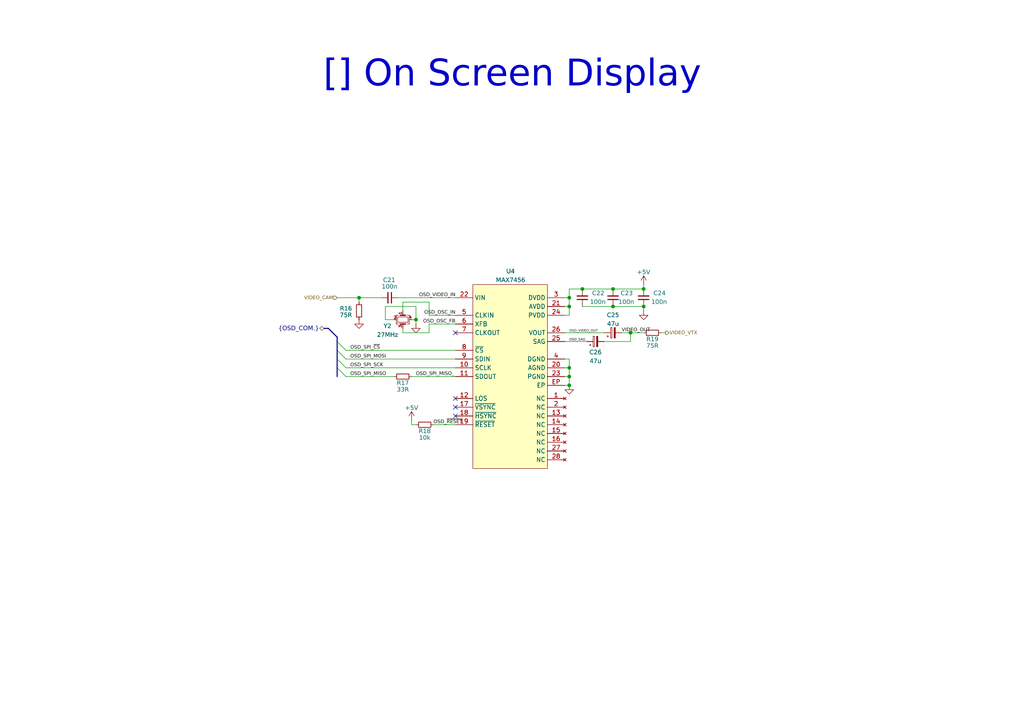
<source format=kicad_sch>
(kicad_sch (version 20231120) (generator "eeschema") (generator_version "8.0")
  (paper "A4")
  (title_block (title "On Screen Display") (date "2025-09-01") (rev "0.1"))
  (lib_symbols
    (symbol "+5V_1" (power) (pin_numbers hide) (pin_names (offset 0) hide)
      (property "Value" "+5V" (at 0 3.556 0))
      (symbol "+5V_1_0_1"
        (polyline (pts (xy -0.762 1.27) (xy 0 2.54)))
        (polyline (pts (xy 0 0) (xy 0 2.54)))
        (polyline (pts (xy 0 2.54) (xy 0.762 1.27)))
      )
      (symbol "+5V_1_1_1"
        (pin power_in line (at 0 0 90) (length 0) (name "~") (number "1"))
      )
    )
    (symbol "0_ic:MAX7456"
      (property "Reference" "U" (at 0 3.048 0))
      (property "Value" "MAX7456" (at 0 1.016 0))
      (symbol "MAX7456_1_1"
        (rectangle (start -10.16 0) (end 11.43 -53.34) (fill (type background)))
        (pin no_connect line (at 16.51 -33.02 180) (length 5.08) (name "NC") (number "1"))
        (pin input line (at -15.24 -24.13 0) (length 5.08) (name "SCLK") (number "10"))
        (pin output line (at -15.24 -26.67 0) (length 5.08) (name "SDOUT") (number "11"))
        (pin passive line (at -15.24 -33.02 0) (length 5.08) (name "LOS") (number "12"))
        (pin no_connect line (at 16.51 -38.1 180) (length 5.08) (name "NC") (number "13"))
        (pin no_connect line (at 16.51 -40.64 180) (length 5.08) (name "NC") (number "14"))
        (pin no_connect line (at 16.51 -43.18 180) (length 5.08) (name "NC") (number "15"))
        (pin no_connect line (at 16.51 -45.72 180) (length 5.08) (name "NC") (number "16"))
        (pin output line (at -15.24 -35.56 0) (length 5.08) (name "~{VSYNC}") (number "17"))
        (pin output line (at -15.24 -38.1 0) (length 5.08) (name "~{HSYNC}") (number "18"))
        (pin input line (at -15.24 -40.64 0) (length 5.08) (name "~{RESET}") (number "19"))
        (pin no_connect line (at 16.51 -35.56 180) (length 5.08) (name "NC") (number "2"))
        (pin power_in line (at 16.51 -24.13 180) (length 5.08) (name "AGND") (number "20"))
        (pin power_in line (at 16.51 -6.35 180) (length 5.08) (name "AVDD") (number "21"))
        (pin input line (at -15.24 -3.81 0) (length 5.08) (name "VIN") (number "22"))
        (pin power_in line (at 16.51 -26.67 180) (length 5.08) (name "PGND") (number "23"))
        (pin power_in line (at 16.51 -8.89 180) (length 5.08) (name "PVDD") (number "24"))
        (pin input line (at 16.51 -16.51 180) (length 5.08) (name "SAG") (number "25"))
        (pin output line (at 16.51 -13.97 180) (length 5.08) (name "VOUT") (number "26"))
        (pin no_connect line (at 16.51 -48.26 180) (length 5.08) (name "NC") (number "27"))
        (pin no_connect line (at 16.51 -50.8 180) (length 5.08) (name "NC") (number "28"))
        (pin power_in line (at 16.51 -3.81 180) (length 5.08) (name "DVDD") (number "3"))
        (pin power_in line (at 16.51 -21.59 180) (length 5.08) (name "DGND") (number "4"))
        (pin passive line (at -15.24 -8.89 0) (length 5.08) (name "CLKIN") (number "5"))
        (pin passive line (at -15.24 -11.43 0) (length 5.08) (name "XFB") (number "6"))
        (pin passive line (at -15.24 -13.97 0) (length 5.08) (name "CLKOUT") (number "7"))
        (pin input line (at -15.24 -19.05 0) (length 5.08) (name "~{CS}") (number "8"))
        (pin input line (at -15.24 -21.59 0) (length 5.08) (name "SDIN") (number "9"))
        (pin power_in line (at 16.51 -29.21 180) (length 5.08) (name "EP") (number "EP"))
      )
    )
    (symbol "Device:C_Polarized_Small" (pin_numbers hide) (pin_names (offset 0.254) hide)
      (property "Reference" "C" (at 0.254 1.778 0))
      (property "Value" "C_Polarized_Small" (at 0.254 -2.032 0))
      (symbol "C_Polarized_Small_0_1"
        (rectangle (start -1.524 -0.3048) (end 1.524 -0.6858) (fill (type outline)))
        (rectangle (start -1.524 0.6858) (end 1.524 0.3048))
        (polyline (pts (xy -1.27 1.524) (xy -0.762 1.524)))
        (polyline (pts (xy -1.016 1.27) (xy -1.016 1.778)))
      )
      (symbol "C_Polarized_Small_1_1"
        (pin passive line (at 0 2.54 270) (length 1.8542) (name "~") (number "1"))
        (pin passive line (at 0 -2.54 90) (length 1.8542) (name "~") (number "2"))
      )
    )
    (symbol "Device:C_Small" (pin_numbers hide) (pin_names (offset 0.254) hide)
      (property "Reference" "C" (at 0.254 1.778 0))
      (property "Value" "C_Small" (at 0.254 -2.032 0))
      (symbol "C_Small_0_1"
        (polyline (pts (xy -1.524 -0.508) (xy 1.524 -0.508)) (stroke (width 0.3302)))
        (polyline (pts (xy -1.524 0.508) (xy 1.524 0.508)) (stroke (width 0.3048)))
      )
      (symbol "C_Small_1_1"
        (pin passive line (at 0 2.54 270) (length 2.032) (name "~") (number "1"))
        (pin passive line (at 0 -2.54 90) (length 2.032) (name "~") (number "2"))
      )
    )
    (symbol "Device:Crystal_GND24_Small" (pin_names (offset 1.016) hide)
      (property "Reference" "Y" (at 1.27 4.445 0))
      (property "Value" "Crystal_GND24_Small" (at 1.27 2.54 0))
      (symbol "Crystal_GND24_Small_0_1"
        (rectangle (start -0.762 -1.524) (end 0.762 1.524))
        (polyline (pts (xy -1.27 -0.762) (xy -1.27 0.762)) (stroke (width 0.381)))
        (polyline (pts (xy 1.27 -0.762) (xy 1.27 0.762)) (stroke (width 0.381)))
        (polyline (pts (xy -1.27 -1.27) (xy -1.27 -1.905) (xy 1.27 -1.905) (xy 1.27 -1.27)))
        (polyline (pts (xy -1.27 1.27) (xy -1.27 1.905) (xy 1.27 1.905) (xy 1.27 1.27)))
      )
      (symbol "Crystal_GND24_Small_1_1"
        (pin passive line (at -2.54 0 0) (length 1.27) (name "1") (number "1"))
        (pin passive line (at 0 -2.54 90) (length 0.635) (name "2") (number "2"))
        (pin passive line (at 2.54 0 180) (length 1.27) (name "3") (number "3"))
        (pin passive line (at 0 2.54 270) (length 0.635) (name "4") (number "4"))
      )
    )
    (symbol "Device:R_Small" (pin_numbers hide) (pin_names (offset 0.254) hide)
      (property "Reference" "R" (at 0.762 0.508 0))
      (property "Value" "R_Small" (at 0.762 -1.016 0))
      (symbol "R_Small_0_1"
        (rectangle (start -0.762 1.778) (end 0.762 -1.778) (stroke (width 0.2032)))
      )
      (symbol "R_Small_1_1"
        (pin passive line (at 0 2.54 270) (length 0.762) (name "~") (number "1"))
        (pin passive line (at 0 -2.54 90) (length 0.762) (name "~") (number "2"))
      )
    )
    (symbol "GND_1" (power) (pin_numbers hide) (pin_names (offset 0) hide)
      (property "Value" "GND" (at 0 -3.81 0))
      (symbol "GND_1_0_1"
        (polyline (pts (xy 0 0) (xy 0 -1.27) (xy 1.27 -1.27) (xy 0 -2.54) (xy -1.27 -1.27) (xy 0 -1.27)))
      )
      (symbol "GND_1_1_1"
        (pin power_in line (at 0 0 270) (length 0) (name "~") (number "1"))
      )
    )
  )
  (junction (at 186.69 83.82))
  (junction (at 186.69 88.9))
  (junction (at 177.8 83.82))
  (junction (at 165.1 86.36))
  (junction (at 177.8 88.9))
  (junction (at 182.88 96.52))
  (junction (at 165.1 88.9))
  (junction (at 165.1 106.68))
  (junction (at 120.65 92.71))
  (junction (at 104.14 86.36))
  (junction (at 168.91 83.82))
  (junction (at 165.1 111.76))
  (junction (at 165.1 109.22))
  (no_connect (at 132.08 115.57))
  (no_connect (at 132.08 120.65))
  (no_connect (at 132.08 118.11))
  (no_connect (at 132.08 96.52))
  (bus_entry (at 97.79 99.06) (size 2.54 2.54))
  (bus_entry (at 97.79 104.14) (size 2.54 2.54))
  (bus_entry (at 97.79 106.68) (size 2.54 2.54))
  (bus_entry (at 97.79 101.6) (size 2.54 2.54))
  (wire (pts (xy 168.91 88.9) (xy 177.8 88.9)))
  (wire (pts (xy 104.14 87.63) (xy 104.14 86.36)))
  (wire (pts (xy 182.88 96.52) (xy 186.69 96.52)))
  (wire (pts (xy 165.1 104.14) (xy 165.1 106.68)))
  (wire (pts (xy 124.46 93.98) (xy 132.08 93.98)))
  (wire (pts (xy 163.83 106.68) (xy 165.1 106.68)))
  (wire (pts (xy 104.14 86.36) (xy 110.49 86.36)))
  (wire (pts (xy 163.83 111.76) (xy 165.1 111.76)))
  (wire (pts (xy 116.84 87.63) (xy 116.84 90.17)))
  (wire (pts (xy 100.33 109.22) (xy 114.3 109.22)))
  (wire (pts (xy 186.69 82.55) (xy 186.69 83.82)))
  (wire (pts (xy 182.88 96.52) (xy 180.34 96.52)))
  (wire (pts (xy 163.83 96.52) (xy 175.26 96.52)))
  (wire (pts (xy 165.1 109.22) (xy 165.1 111.76)))
  (bus (pts (xy 97.79 104.14) (xy 97.79 106.68)))
  (wire (pts (xy 163.83 104.14) (xy 165.1 104.14)))
  (bus (pts (xy 97.79 101.6) (xy 97.79 104.14)))
  (wire (pts (xy 182.88 99.06) (xy 182.88 96.52)))
  (wire (pts (xy 100.33 101.6) (xy 132.08 101.6)))
  (wire (pts (xy 97.79 86.36) (xy 104.14 86.36)))
  (bus (pts (xy 95.25 95.25) (xy 93.98 95.25)))
  (wire (pts (xy 125.73 123.19) (xy 132.08 123.19)))
  (wire (pts (xy 177.8 83.82) (xy 186.69 83.82)))
  (wire (pts (xy 163.83 88.9) (xy 165.1 88.9)))
  (wire (pts (xy 175.26 99.06) (xy 182.88 99.06)))
  (wire (pts (xy 116.84 95.25) (xy 116.84 96.52)))
  (wire (pts (xy 120.65 123.19) (xy 119.38 123.19)))
  (bus (pts (xy 95.25 95.25) (xy 97.79 97.79)))
  (wire (pts (xy 165.1 83.82) (xy 165.1 86.36)))
  (wire (pts (xy 165.1 88.9) (xy 165.1 91.44)))
  (wire (pts (xy 100.33 104.14) (xy 132.08 104.14)))
  (wire (pts (xy 119.38 123.19) (xy 119.38 121.92)))
  (wire (pts (xy 111.76 92.71) (xy 111.76 88.9)))
  (wire (pts (xy 165.1 86.36) (xy 165.1 88.9)))
  (wire (pts (xy 191.77 96.52) (xy 193.04 96.52)))
  (bus (pts (xy 97.79 106.68) (xy 97.79 109.22)))
  (wire (pts (xy 163.83 99.06) (xy 170.18 99.06)))
  (wire (pts (xy 177.8 88.9) (xy 186.69 88.9)))
  (wire (pts (xy 124.46 87.63) (xy 116.84 87.63)))
  (wire (pts (xy 163.83 86.36) (xy 165.1 86.36)))
  (wire (pts (xy 165.1 106.68) (xy 165.1 109.22)))
  (wire (pts (xy 163.83 109.22) (xy 165.1 109.22)))
  (wire (pts (xy 124.46 91.44) (xy 124.46 87.63)))
  (wire (pts (xy 119.38 109.22) (xy 132.08 109.22)))
  (wire (pts (xy 165.1 83.82) (xy 168.91 83.82)))
  (wire (pts (xy 120.65 92.71) (xy 119.38 92.71)))
  (wire (pts (xy 163.83 91.44) (xy 165.1 91.44)))
  (wire (pts (xy 111.76 92.71) (xy 114.3 92.71)))
  (wire (pts (xy 100.33 106.68) (xy 132.08 106.68)))
  (bus (pts (xy 97.79 99.06) (xy 97.79 101.6)))
  (wire (pts (xy 120.65 88.9) (xy 120.65 92.71)))
  (wire (pts (xy 124.46 93.98) (xy 124.46 96.52)))
  (wire (pts (xy 115.57 86.36) (xy 132.08 86.36)))
  (wire (pts (xy 186.69 90.17) (xy 186.69 88.9)))
  (wire (pts (xy 111.76 88.9) (xy 120.65 88.9)))
  (wire (pts (xy 124.46 91.44) (xy 132.08 91.44)))
  (wire (pts (xy 124.46 96.52) (xy 116.84 96.52)))
  (wire (pts (xy 120.65 92.71) (xy 120.65 93.98)))
  (bus (pts (xy 97.79 97.79) (xy 97.79 99.06)))
  (wire (pts (xy 168.91 83.82) (xy 177.8 83.82)))
  (text_box "[${#}] ${TITLE}" (at 11.43 11.43 0) (size 274.32 22.86) (stroke (width -0.0001)) (effects (font (size 7.62 7.62)) (justify top)))
  (label "OSD_SPI_MOSI" (at 101.6 104.14 0) (effects (font (size 1.016 1.016))))
  (label "OSD_SPI_SCK" (at 101.6 106.68 0) (effects (font (size 1.016 1.016))))
  (label "OSD_SPI_MISO_" (at 120.65 109.22 0) (effects (font (size 1.016 1.016))))
  (label "OSD_SPI_MISO" (at 101.6 109.22 0) (effects (font (size 1.016 1.016))))
  (label "VIDEO_OUT" (at 180.34 96.52 0) (effects (font (size 1.016 1.016))))
  (label "OSD_SPI_~{CS}" (at 101.6 101.6 0) (effects (font (size 1.016 1.016))))
  (label "OSD_~{RESET}" (at 125.73 123.19 0) (effects (font (size 1.016 1.016))))
  (label "OSD_VIDEO_IN" (at 132.08 86.36 180) (effects (font (size 1.016 1.016))))
  (label "OSD_OSC_FB" (at 132.08 93.98 180) (effects (font (size 1.016 1.016))))
  (label "OSD_VIDEO_OUT" (at 165.1 96.52 0) (effects (font (size 0.7 0.7))))
  (label "OSD_SAG" (at 165.1 99.06 0) (effects (font (size 0.7 0.7))))
  (label "OSD_OSC_IN" (at 132.08 91.44 180) (effects (font (size 1.016 1.016))))
  (hierarchical_label "VIDEO_VTX" (shape output) (at 193.04 96.52 0) (effects (font (size 1.016 1.016))))
  (hierarchical_label "{OSD_COM.}" (shape bidirectional) (at 93.98 95.25 180))
  (hierarchical_label "VIDEO_CAM" (shape input) (at 97.79 86.36 180) (effects (font (size 1.016 1.016))))
  (symbol (lib_name "+5V_1") (lib_id "power:+5V") (at 186.69 82.55 0) (unit 1)
    (property "Reference" "#PWR029" (effects (hide yes)))
    (property "Value" "+5V" (at 186.69 78.994 0))
    (property "Description" "Power symbol creates a global label with name \"+5V\"" (effects (hide yes)))
  )
  (symbol (lib_name "GND_1") (lib_id "power:GND") (at 104.14 92.71 0) (unit 1)
    (property "Reference" "#PWR031" (effects (hide yes)))
    (property "Value" "GND" (effects (hide yes)))
    (property "Description" "Power symbol creates a global label with name \"GND\" , ground" (effects (hide yes)))
  )
  (symbol (lib_id "Device:C_Small") (at 113.03 86.36 270) (unit 1)
    (property "Reference" "C21" (at 111.125 81.28 90) (effects (justify left)))
    (property "Value" "100n" (at 110.49 83.185 90) (effects (justify left)))
    (property "Footprint" "Capacitor_SMD:C_0402_1005Metric" (effects (hide yes)))
    (property "Description" "Multilayer Ceramic Capacitors MLCC - SMD/SMT 16V 0.1uF X7R 0402 10 %" (effects (hide yes)))
    (property "Manufacturer" "TAIYO YUDEN" (effects (hide yes)))
    (property "Mfr Part Number" "MSASE105SB7104KFNA01" (effects (hide yes)))
  )
  (symbol (lib_id "Device:C_Polarized_Small") (at 177.8 96.52 90) (unit 1)
    (property "Reference" "C25" (at 177.8 91.44 90))
    (property "Value" "47u" (at 177.8 93.98 90))
    (property "Footprint" "Capacitor_Tantalum_SMD:CP_EIA-2012-12_Kemet-R" (effects (hide yes)))
    (property "Datasheet" "https://datasheets.kyocera-avx.com/F98.pdf" (effects (hide yes)))
    (property "Description" "Tantalum Capacitors - Solid SMD 10V 47uF 0805 Tol +/-20%" (effects (hide yes)))
    (property "Manufacturer" "KYOCERA AVX" (effects (hide yes)))
    (property "Mfr Part Number" "F981A476MSAAS1" (effects (hide yes)))
  )
  (symbol (lib_id "Device:C_Small") (at 177.8 86.36 180) (unit 1)
    (property "Reference" "C23" (at 183.515 85.09 0) (effects (justify left)))
    (property "Value" "100n" (at 184.15 87.63 0) (effects (justify left)))
    (property "Footprint" "Capacitor_SMD:C_0402_1005Metric" (effects (hide yes)))
    (property "Description" "Multilayer Ceramic Capacitors MLCC - SMD/SMT 16V 0.1uF X7R 0402 10 %" (effects (hide yes)))
    (property "Manufacturer" "TAIYO YUDEN" (effects (hide yes)))
    (property "Mfr Part Number" "MSASE105SB7104KFNA01" (effects (hide yes)))
  )
  (symbol (lib_name "GND_1") (lib_id "power:GND") (at 120.65 93.98 0) (unit 1)
    (property "Reference" "#PWR033" (effects (hide yes)))
    (property "Value" "GND" (effects (hide yes)))
    (property "Description" "Power symbol creates a global label with name \"GND\" , ground" (effects (hide yes)))
  )
  (symbol (lib_id "Device:R_Small") (at 104.14 90.17 180) (unit 1)
    (property "Reference" "R16" (at 100.33 89.535 0))
    (property "Value" "75R" (at 100.33 91.44 0))
    (property "Footprint" "Resistor_SMD:R_0402_1005Metric" (effects (hide yes)))
    (property "Description" "Thick Film Resistors - SMD 1/16watt 75ohms 1%" (effects (hide yes)))
    (property "Manufacturer" "Vishay / Dale" (effects (hide yes)))
    (property "Mfr Part Number" "CRCW040275R0FKED" (effects (hide yes)))
  )
  (symbol (lib_id "Device:C_Small") (at 168.91 86.36 180) (unit 1)
    (property "Reference" "C22" (at 175.26 85.09 0) (effects (justify left)))
    (property "Value" "100n" (at 175.895 87.63 0) (effects (justify left)))
    (property "Footprint" "Capacitor_SMD:C_0402_1005Metric" (effects (hide yes)))
    (property "Description" "Multilayer Ceramic Capacitors MLCC - SMD/SMT 16V 0.1uF X7R 0402 10 %" (effects (hide yes)))
    (property "Manufacturer" "TAIYO YUDEN" (effects (hide yes)))
    (property "Mfr Part Number" "MSASE105SB7104KFNA01" (effects (hide yes)))
  )
  (symbol (lib_name "+5V_1") (lib_id "power:+5V") (at 119.38 121.92 0) (unit 1)
    (property "Reference" "#PWR038" (effects (hide yes)))
    (property "Value" "+5V" (at 119.38 118.364 0))
    (property "Description" "Power symbol creates a global label with name \"+5V\"" (effects (hide yes)))
  )
  (symbol (lib_id "Device:C_Polarized_Small") (at 172.72 99.06 90) (unit 1)
    (property "Reference" "C26" (at 172.72 102.235 90))
    (property "Value" "47u" (at 172.72 104.775 90))
    (property "Footprint" "Capacitor_Tantalum_SMD:CP_EIA-2012-12_Kemet-R" (effects (hide yes)))
    (property "Datasheet" "https://datasheets.kyocera-avx.com/F98.pdf" (effects (hide yes)))
    (property "Description" "Tantalum Capacitors - Solid SMD 10V 47uF 0805 Tol +/-20%" (effects (hide yes)))
    (property "Manufacturer" "KYOCERA AVX" (effects (hide yes)))
    (property "Mfr Part Number" "F981A476MSAAS1" (effects (hide yes)))
  )
  (symbol (lib_id "Device:C_Small") (at 186.69 86.36 180) (unit 1)
    (property "Reference" "C24" (at 193.04 85.09 0) (effects (justify left)))
    (property "Value" "100n" (at 193.675 87.63 0) (effects (justify left)))
    (property "Footprint" "Capacitor_SMD:C_0402_1005Metric" (effects (hide yes)))
    (property "Description" "Multilayer Ceramic Capacitors MLCC - SMD/SMT 16V 0.1uF X7R 0402 10 %" (effects (hide yes)))
    (property "Manufacturer" "TAIYO YUDEN" (effects (hide yes)))
    (property "Mfr Part Number" "MSASE105SB7104KFNA01" (effects (hide yes)))
  )
  (symbol (lib_id "0_ic:MAX7456") (at 147.32 82.55 0) (unit 1)
    (property "Reference" "U4" (at 148.082 78.74 0))
    (property "Value" "MAX7456" (at 148.082 81.28 0))
    (property "Footprint" "0_package_so:TSSOP-28-1EP_4.4x9.7mm_P0.65mm_EP3.1x6.9mm" (effects (hide yes)))
    (property "Datasheet" "https://www.google.com/url?sa=t&rct=j&q=&esrc=s&source=web&cd=&ved=2ahUKEwjF1sDRpPuCAxVWVKQEHdbJANoQFnoECBIQAQ&url=https%3A%2F%2Fwww.analog.com%2Fmedia%2Fen%2Ftechnical-documentation%2Fdata-sheets%2Fmax7456.pdf&usg=AOvVaw1dyt35otvhfZWKB7ahw57D&opi=89978449" (effects (hide yes)))
    (property "Description" "Single-Channel Monochrome On-Screen Display with Integrated EEPROM" (effects (hide yes)))
    (property "Manufacturer" "Analog Devices" (effects (hide yes)))
    (property "Mfr Part Number" "MAX7456EUI+" (effects (hide yes)))
  )
  (symbol (lib_id "Device:R_Small") (at 116.84 109.22 90) (unit 1)
    (property "Reference" "R17" (at 116.84 111.125 90))
    (property "Value" "33R" (at 116.84 113.03 90))
    (property "Footprint" "Resistor_SMD:R_0402_1005Metric" (effects (hide yes)))
    (property "Description" "Thick Film Resistors - SMD 1/16watt 33ohms 1% 100ppm" (effects (hide yes)))
    (property "Manufacturer" "Vishay / Dale" (effects (hide yes)))
    (property "Mfr Part Number" "CRCW040220K0FKED" (effects (hide yes)))
  )
  (symbol (lib_id "Device:Crystal_GND24_Small") (at 116.84 92.71 270) (unit 1)
    (property "Reference" "Y2" (at 112.395 94.615 90))
    (property "Value" "27MHz" (at 112.395 97.155 90))
    (property "Footprint" "Crystal:Crystal_SMD_2016-4Pin_2.0x1.6mm" (effects (hide yes)))
    (property "Datasheet" "https://ele.kyocera.com/assets/products/crystal-device/cx2016sa_e.pdf" (effects (hide yes)))
    (property "Description" "Crystals 27MHz 8pF AEC-Q200 2 .05X1.65X.45mm" (effects (hide yes)))
    (property "Manufacturer" "KYOCERA AVX" (effects (hide yes)))
    (property "Mfr Part Number" "CX2016SA27000D0GSSCC" (effects (hide yes)))
  )
  (symbol (lib_id "Device:R_Small") (at 123.19 123.19 90) (unit 1)
    (property "Reference" "R18" (at 123.19 125.095 90))
    (property "Value" "10k" (at 123.19 127 90))
    (property "Footprint" "Resistor_SMD:R_0402_1005Metric" (effects (hide yes)))
    (property "Description" "Thick Film Resistors - SMD 1/16watt 10Kohms 1% Commercial Use" (effects (hide yes)))
    (property "Manufacturer" "Vishay / Dale" (effects (hide yes)))
    (property "Mfr Part Number" "CRCW040210K0FKEDC" (effects (hide yes)))
  )
  (symbol (lib_id "Device:R_Small") (at 189.23 96.52 270) (unit 1)
    (property "Reference" "R19" (at 189.23 98.425 90))
    (property "Value" "75R" (at 189.23 100.33 90))
    (property "Footprint" "Resistor_SMD:R_0402_1005Metric" (effects (hide yes)))
    (property "Description" "Thick Film Resistors - SMD 1/16watt 75ohms 1%" (effects (hide yes)))
    (property "Manufacturer" "Vishay / Dale" (effects (hide yes)))
    (property "Mfr Part Number" "CRCW040275R0FKED" (effects (hide yes)))
  )
  (symbol (lib_name "GND_1") (lib_id "power:GND") (at 165.1 111.76 0) (unit 1)
    (property "Reference" "#PWR034" (effects (hide yes)))
    (property "Value" "GND" (effects (hide yes)))
    (property "Description" "Power symbol creates a global label with name \"GND\" , ground" (effects (hide yes)))
  )
  (symbol (lib_name "GND_1") (lib_id "power:GND") (at 186.69 90.17 0) (unit 1)
    (property "Reference" "#PWR036" (effects (hide yes)))
    (property "Value" "GND" (effects (hide yes)))
    (property "Description" "Power symbol creates a global label with name \"GND\" , ground" (effects (hide yes)))
  )
)
</source>
